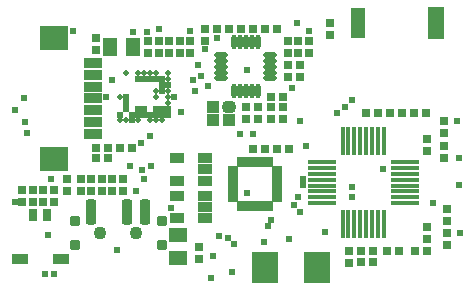
<source format=gts>
G04 Layer_Color=8388736*
%FSLAX25Y25*%
%MOIN*%
G70*
G01*
G75*
%ADD39R,0.05315X0.10827*%
%ADD40R,0.02769X0.03162*%
%ADD41R,0.03162X0.02769*%
%ADD42R,0.09800X0.01700*%
%ADD43R,0.01700X0.09800*%
%ADD44R,0.02000X0.03600*%
%ADD45R,0.03600X0.02000*%
%ADD46R,0.09500X0.07900*%
%ADD47R,0.05900X0.03200*%
%ADD48R,0.04737X0.05918*%
G04:AMPARAMS|DCode=49|XSize=43.43mil|YSize=39.5mil|CornerRadius=11.87mil|HoleSize=0mil|Usage=FLASHONLY|Rotation=180.000|XOffset=0mil|YOffset=0mil|HoleType=Round|Shape=RoundedRectangle|*
%AMROUNDEDRECTD49*
21,1,0.04343,0.01575,0,0,180.0*
21,1,0.01969,0.03950,0,0,180.0*
1,1,0.02375,-0.00984,0.00787*
1,1,0.02375,0.00984,0.00787*
1,1,0.02375,0.00984,-0.00787*
1,1,0.02375,-0.00984,-0.00787*
%
%ADD49ROUNDEDRECTD49*%
%ADD50R,0.04343X0.03950*%
G04:AMPARAMS|DCode=51|XSize=47mil|YSize=20mil|CornerRadius=10mil|HoleSize=0mil|Usage=FLASHONLY|Rotation=90.000|XOffset=0mil|YOffset=0mil|HoleType=Round|Shape=RoundedRectangle|*
%AMROUNDEDRECTD51*
21,1,0.04700,0.00000,0,0,90.0*
21,1,0.02700,0.02000,0,0,90.0*
1,1,0.02000,0.00000,0.01350*
1,1,0.02000,0.00000,-0.01350*
1,1,0.02000,0.00000,-0.01350*
1,1,0.02000,0.00000,0.01350*
%
%ADD51ROUNDEDRECTD51*%
G04:AMPARAMS|DCode=52|XSize=47mil|YSize=20mil|CornerRadius=10mil|HoleSize=0mil|Usage=FLASHONLY|Rotation=0.000|XOffset=0mil|YOffset=0mil|HoleType=Round|Shape=RoundedRectangle|*
%AMROUNDEDRECTD52*
21,1,0.04700,0.00000,0,0,0.0*
21,1,0.02700,0.02000,0,0,0.0*
1,1,0.02000,0.01350,0.00000*
1,1,0.02000,-0.01350,0.00000*
1,1,0.02000,-0.01350,0.00000*
1,1,0.02000,0.01350,0.00000*
%
%ADD52ROUNDEDRECTD52*%
%ADD53R,0.04800X0.10446*%
%ADD54R,0.04737X0.03556*%
%ADD55R,0.04737X0.03359*%
%ADD56R,0.05918X0.04737*%
G04:AMPARAMS|DCode=57|XSize=35.56mil|YSize=86.74mil|CornerRadius=10.89mil|HoleSize=0mil|Usage=FLASHONLY|Rotation=0.000|XOffset=0mil|YOffset=0mil|HoleType=Round|Shape=RoundedRectangle|*
%AMROUNDEDRECTD57*
21,1,0.03556,0.06496,0,0,0.0*
21,1,0.01378,0.08674,0,0,0.0*
1,1,0.02178,0.00689,-0.03248*
1,1,0.02178,-0.00689,-0.03248*
1,1,0.02178,-0.00689,0.03248*
1,1,0.02178,0.00689,0.03248*
%
%ADD57ROUNDEDRECTD57*%
G04:AMPARAMS|DCode=58|XSize=35.56mil|YSize=35.56mil|CornerRadius=10.89mil|HoleSize=0mil|Usage=FLASHONLY|Rotation=0.000|XOffset=0mil|YOffset=0mil|HoleType=Round|Shape=RoundedRectangle|*
%AMROUNDEDRECTD58*
21,1,0.03556,0.01378,0,0,0.0*
21,1,0.01378,0.03556,0,0,0.0*
1,1,0.02178,0.00689,-0.00689*
1,1,0.02178,-0.00689,-0.00689*
1,1,0.02178,-0.00689,0.00689*
1,1,0.02178,0.00689,0.00689*
%
%ADD58ROUNDEDRECTD58*%
%ADD59R,0.05354X0.03780*%
%ADD60R,0.02992X0.03976*%
%ADD61R,0.08800X0.02500*%
%ADD62C,0.01900*%
%ADD63C,0.02375*%
%ADD64C,0.04343*%
D39*
X142484Y89500D02*
D03*
D40*
X145000Y48469D02*
D03*
Y44532D02*
D03*
Y56968D02*
D03*
Y53031D02*
D03*
X146000Y15531D02*
D03*
Y19468D02*
D03*
Y23531D02*
D03*
Y27468D02*
D03*
X113500Y13468D02*
D03*
Y9532D02*
D03*
X139469Y17531D02*
D03*
Y21468D02*
D03*
Y47032D02*
D03*
Y50968D02*
D03*
X29000Y84469D02*
D03*
Y80532D02*
D03*
X46500Y79532D02*
D03*
Y83469D02*
D03*
X60500Y83469D02*
D03*
Y79532D02*
D03*
X53500Y83469D02*
D03*
Y79532D02*
D03*
X50000Y83469D02*
D03*
Y79532D02*
D03*
X57000Y79532D02*
D03*
Y83469D02*
D03*
X79000Y57563D02*
D03*
Y61500D02*
D03*
X65500Y83563D02*
D03*
Y87500D02*
D03*
X93000Y71563D02*
D03*
Y75500D02*
D03*
X83000Y61500D02*
D03*
Y57563D02*
D03*
X96500Y79563D02*
D03*
Y83500D02*
D03*
X100000Y79563D02*
D03*
Y83500D02*
D03*
X93000Y79563D02*
D03*
Y83500D02*
D03*
X97000Y75500D02*
D03*
Y71563D02*
D03*
X107000Y89468D02*
D03*
Y85532D02*
D03*
X24000Y37500D02*
D03*
Y33563D02*
D03*
X27500Y37500D02*
D03*
Y33563D02*
D03*
X31000Y37500D02*
D03*
Y33563D02*
D03*
X34500Y37500D02*
D03*
Y33563D02*
D03*
X38000Y37500D02*
D03*
Y33563D02*
D03*
X63500Y11095D02*
D03*
Y15032D02*
D03*
X15000Y30095D02*
D03*
Y34032D02*
D03*
X11500Y30063D02*
D03*
Y34000D02*
D03*
X8000Y30063D02*
D03*
Y34000D02*
D03*
X19500Y33563D02*
D03*
Y37500D02*
D03*
X4500Y30063D02*
D03*
Y34000D02*
D03*
D41*
X119000Y59500D02*
D03*
X122937D02*
D03*
X135000D02*
D03*
X138937D02*
D03*
X130937Y59500D02*
D03*
X127000D02*
D03*
X129937Y13500D02*
D03*
X126000D02*
D03*
X139437D02*
D03*
X135500D02*
D03*
X117500Y13500D02*
D03*
X121437D02*
D03*
X117500Y10000D02*
D03*
X121437D02*
D03*
X93468Y47609D02*
D03*
X89531D02*
D03*
X81532Y47609D02*
D03*
X85469D02*
D03*
X40968Y48000D02*
D03*
X37031D02*
D03*
X32969D02*
D03*
X29032D02*
D03*
X32969Y44500D02*
D03*
X29032D02*
D03*
X73469Y87532D02*
D03*
X69532D02*
D03*
X81468D02*
D03*
X77531D02*
D03*
X85532Y87532D02*
D03*
X89468D02*
D03*
X87532Y57531D02*
D03*
X91469D02*
D03*
X87532Y61532D02*
D03*
X91469D02*
D03*
X87532Y65031D02*
D03*
X91469D02*
D03*
D42*
X132010Y29510D02*
D03*
Y31479D02*
D03*
Y33447D02*
D03*
Y35416D02*
D03*
Y37384D02*
D03*
Y39353D02*
D03*
Y41321D02*
D03*
Y43290D02*
D03*
X104210D02*
D03*
Y41321D02*
D03*
Y39353D02*
D03*
Y37384D02*
D03*
Y35416D02*
D03*
Y33447D02*
D03*
Y31479D02*
D03*
Y29510D02*
D03*
D43*
X125000Y50300D02*
D03*
X123031D02*
D03*
X121063D02*
D03*
X119095D02*
D03*
X117126D02*
D03*
X115157D02*
D03*
X113189D02*
D03*
X111221D02*
D03*
Y22500D02*
D03*
X113189D02*
D03*
X115157D02*
D03*
X117126D02*
D03*
X119095D02*
D03*
X121063D02*
D03*
X123031D02*
D03*
X125000D02*
D03*
D44*
X86953Y28609D02*
D03*
X84984D02*
D03*
X83016D02*
D03*
X81032D02*
D03*
X79031D02*
D03*
X77031D02*
D03*
Y43391D02*
D03*
X79031D02*
D03*
X81032D02*
D03*
X83016D02*
D03*
X84984D02*
D03*
X86953D02*
D03*
D45*
X74632Y31009D02*
D03*
Y33009D02*
D03*
Y35009D02*
D03*
Y36993D02*
D03*
Y38962D02*
D03*
Y40930D02*
D03*
X89413D02*
D03*
Y38962D02*
D03*
Y36993D02*
D03*
Y35009D02*
D03*
Y33009D02*
D03*
Y31009D02*
D03*
D46*
X15200Y84750D02*
D03*
Y44250D02*
D03*
D47*
X28000Y52689D02*
D03*
Y56626D02*
D03*
Y60563D02*
D03*
Y64500D02*
D03*
Y68437D02*
D03*
Y72374D02*
D03*
Y76311D02*
D03*
D48*
X33626Y81500D02*
D03*
X41500D02*
D03*
D49*
X73500Y61532D02*
D03*
D50*
X67988D02*
D03*
Y57201D02*
D03*
X73500D02*
D03*
D51*
X75107Y83222D02*
D03*
X77048D02*
D03*
X78990D02*
D03*
X80990D02*
D03*
X75107Y66841D02*
D03*
X77049D02*
D03*
X78990D02*
D03*
X80990D02*
D03*
X82890D02*
D03*
Y83222D02*
D03*
D52*
X70810Y78922D02*
D03*
Y77022D02*
D03*
Y75022D02*
D03*
Y73080D02*
D03*
Y71139D02*
D03*
X87190Y71139D02*
D03*
Y73080D02*
D03*
Y75022D02*
D03*
Y77022D02*
D03*
Y78922D02*
D03*
D53*
X116500Y89500D02*
D03*
D54*
X56000Y44532D02*
D03*
Y37051D02*
D03*
Y32032D02*
D03*
Y24551D02*
D03*
D55*
X65449Y40791D02*
D03*
Y44532D02*
D03*
Y37051D02*
D03*
Y28291D02*
D03*
Y32032D02*
D03*
Y24551D02*
D03*
D56*
X56500Y11157D02*
D03*
Y19031D02*
D03*
D57*
X39500Y26587D02*
D03*
X45500D02*
D03*
X27500D02*
D03*
D58*
X22000Y15563D02*
D03*
Y23563D02*
D03*
X51000D02*
D03*
Y15563D02*
D03*
D59*
X17390Y10780D02*
D03*
X3610D02*
D03*
D60*
X12862Y25642D02*
D03*
X8138D02*
D03*
D61*
X85450Y11839D02*
D03*
Y9279D02*
D03*
Y6720D02*
D03*
Y4161D02*
D03*
X102550D02*
D03*
Y6720D02*
D03*
Y9279D02*
D03*
Y11839D02*
D03*
D62*
X50906Y57126D02*
D03*
X48937D02*
D03*
X46968D02*
D03*
X43031D02*
D03*
X41063D02*
D03*
X39094D02*
D03*
X37126D02*
D03*
X52874Y59095D02*
D03*
X50906D02*
D03*
X48937D02*
D03*
X46968D02*
D03*
X45000D02*
D03*
X43031D02*
D03*
X41063D02*
D03*
X37126D02*
D03*
X52874Y61063D02*
D03*
X50906D02*
D03*
X48937D02*
D03*
X45000D02*
D03*
X43031D02*
D03*
X39094D02*
D03*
X52874Y63032D02*
D03*
X39094D02*
D03*
X52874Y65000D02*
D03*
X48937D02*
D03*
X39094D02*
D03*
X37126D02*
D03*
X52874Y66969D02*
D03*
X50906D02*
D03*
X48937D02*
D03*
X52874Y68937D02*
D03*
X50906D02*
D03*
X52874Y70906D02*
D03*
X50906D02*
D03*
X48937D02*
D03*
X46968D02*
D03*
X45000D02*
D03*
X43031D02*
D03*
X52874Y72874D02*
D03*
X48937D02*
D03*
X46968D02*
D03*
X45000D02*
D03*
X43031D02*
D03*
X39094D02*
D03*
D63*
X40500Y42000D02*
D03*
X141500Y29500D02*
D03*
X114500Y35000D02*
D03*
X54000Y28000D02*
D03*
X68000Y57000D02*
D03*
X83000Y61500D02*
D03*
X65500Y81000D02*
D03*
X69532Y84531D02*
D03*
X73500Y61532D02*
D03*
X14031Y37500D02*
D03*
X124589Y40911D02*
D03*
X99000Y48500D02*
D03*
X43031Y70906D02*
D03*
X39094Y65000D02*
D03*
X41063Y59095D02*
D03*
X43031D02*
D03*
X39094Y63032D02*
D03*
Y61063D02*
D03*
X62000Y67000D02*
D03*
X66500Y68500D02*
D03*
X46968Y59095D02*
D03*
X81500Y52500D02*
D03*
X77000D02*
D03*
X44000Y49500D02*
D03*
X75000Y16000D02*
D03*
X73000Y18000D02*
D03*
X36000Y14000D02*
D03*
X70000Y18500D02*
D03*
X68000Y12000D02*
D03*
X41457Y86457D02*
D03*
X114500Y64000D02*
D03*
X112000Y61500D02*
D03*
X109500Y59500D02*
D03*
X97000Y57000D02*
D03*
X114500Y31500D02*
D03*
X86500Y22000D02*
D03*
X87500Y24000D02*
D03*
X60500Y87000D02*
D03*
X57000Y79500D02*
D03*
X41063Y57126D02*
D03*
X37126Y59095D02*
D03*
X63000Y75500D02*
D03*
X45000Y37500D02*
D03*
X42500Y33500D02*
D03*
X100000Y87000D02*
D03*
X79500Y33000D02*
D03*
X96500Y31500D02*
D03*
X79500Y74000D02*
D03*
X79000Y83000D02*
D03*
X93500Y17500D02*
D03*
X67500Y4500D02*
D03*
X74500Y6500D02*
D03*
X105500Y20000D02*
D03*
X96000Y89500D02*
D03*
X45000Y59095D02*
D03*
X48937D02*
D03*
X47000Y52000D02*
D03*
X64000Y72000D02*
D03*
X52874Y59095D02*
D03*
X45000Y71000D02*
D03*
X47000D02*
D03*
X50000Y79500D02*
D03*
X46000Y86500D02*
D03*
X50000Y87500D02*
D03*
X51000Y71000D02*
D03*
X49000D02*
D03*
X48937Y61063D02*
D03*
X50906Y68968D02*
D03*
X57500Y60000D02*
D03*
X55000Y65000D02*
D03*
X52874Y68937D02*
D03*
X51000Y67000D02*
D03*
Y61000D02*
D03*
X50906Y59031D02*
D03*
X52969Y61063D02*
D03*
X43031Y61063D02*
D03*
X45000D02*
D03*
X34500Y70500D02*
D03*
X61500D02*
D03*
X13000Y19000D02*
D03*
X5000Y64500D02*
D03*
X5500Y56500D02*
D03*
X32500Y65000D02*
D03*
X47500Y42000D02*
D03*
X44500Y40500D02*
D03*
X98000Y37500D02*
D03*
Y35500D02*
D03*
X149500Y57000D02*
D03*
X150000Y44500D02*
D03*
X150500Y19500D02*
D03*
X150000Y35500D02*
D03*
X94500Y68000D02*
D03*
X85000Y16500D02*
D03*
X95000Y29000D02*
D03*
X21500Y87000D02*
D03*
X6000Y53000D02*
D03*
X2000Y30000D02*
D03*
Y60500D02*
D03*
X97000Y26500D02*
D03*
X15000Y6000D02*
D03*
X12000D02*
D03*
D64*
X30500Y19563D02*
D03*
X42500D02*
D03*
M02*

</source>
